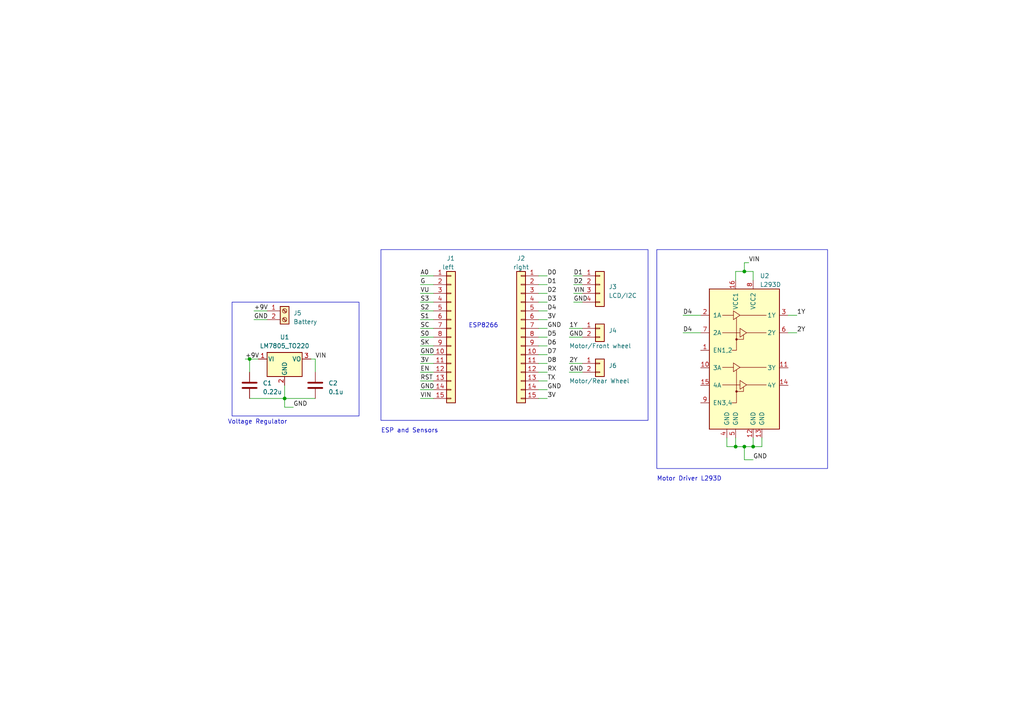
<source format=kicad_sch>
(kicad_sch (version 20230121) (generator eeschema)
  (paper "A4")
  (lib_symbols
    (symbol "Connector:Screw_Terminal_01x02" (pin_names (offset 1.016) hide)
      (property "Reference" "J" (at 0 2.54 0))
      (property "Value" "Screw_Terminal_01x02" (at 0 -5.08 0))
      (symbol "Screw_Terminal_01x02_1_1"
        (rectangle (start -1.27 1.27) (end 1.27 -3.81) (stroke (width 0.254)) (fill (type background)))
        (circle (center 0 -2.54) (radius 0.635) (stroke (width 0.1524)))
        (polyline (pts (xy -0.5334 -2.2098) (xy 0.3302 -3.048)) (stroke (width 0.1524)))
        (polyline (pts (xy -0.5334 0.3302) (xy 0.3302 -0.508)) (stroke (width 0.1524)))
        (polyline (pts (xy -0.3556 -2.032) (xy 0.508 -2.8702)) (stroke (width 0.1524)))
        (polyline (pts (xy -0.3556 0.508) (xy 0.508 -0.3302)) (stroke (width 0.1524)))
        (circle (center 0 0) (radius 0.635) (stroke (width 0.1524)))
        (pin passive line (at -5.08 0 0) (length 3.81) (name "Pin_1") (number "1"))
        (pin passive line (at -5.08 -2.54 0) (length 3.81) (name "Pin_2") (number "2"))
      )
    )
    (symbol "Connector_Generic:Conn_01x02" (pin_names (offset 1.016) hide)
      (property "Reference" "J" (at 0 2.54 0))
      (property "Value" "Conn_01x02" (at 0 -5.08 0))
      (symbol "Conn_01x02_1_1"
        (rectangle (start -1.27 -2.413) (end 0 -2.667) (stroke (width 0.1524)))
        (rectangle (start -1.27 0.127) (end 0 -0.127) (stroke (width 0.1524)))
        (rectangle (start -1.27 1.27) (end 1.27 -3.81) (stroke (width 0.254)) (fill (type background)))
        (pin passive line (at -5.08 0 0) (length 3.81) (name "Pin_1") (number "1"))
        (pin passive line (at -5.08 -2.54 0) (length 3.81) (name "Pin_2") (number "2"))
      )
    )
    (symbol "Connector_Generic:Conn_01x04" (pin_names (offset 1.016) hide)
      (property "Reference" "J" (at 0 5.08 0))
      (property "Value" "Conn_01x04" (at 0 -7.62 0))
      (symbol "Conn_01x04_1_1"
        (rectangle (start -1.27 -4.953) (end 0 -5.207) (stroke (width 0.1524)))
        (rectangle (start -1.27 -2.413) (end 0 -2.667) (stroke (width 0.1524)))
        (rectangle (start -1.27 0.127) (end 0 -0.127) (stroke (width 0.1524)))
        (rectangle (start -1.27 2.667) (end 0 2.413) (stroke (width 0.1524)))
        (rectangle (start -1.27 3.81) (end 1.27 -6.35) (stroke (width 0.254)) (fill (type background)))
        (pin passive line (at -5.08 2.54 0) (length 3.81) (name "Pin_1") (number "1"))
        (pin passive line (at -5.08 0 0) (length 3.81) (name "Pin_2") (number "2"))
        (pin passive line (at -5.08 -2.54 0) (length 3.81) (name "Pin_3") (number "3"))
        (pin passive line (at -5.08 -5.08 0) (length 3.81) (name "Pin_4") (number "4"))
      )
    )
    (symbol "Connector_Generic:Conn_01x15" (pin_names (offset 1.016) hide)
      (property "Reference" "J" (at 0 20.32 0))
      (property "Value" "Conn_01x15" (at 0 -20.32 0))
      (symbol "Conn_01x15_1_1"
        (rectangle (start -1.27 -17.653) (end 0 -17.907) (stroke (width 0.1524)))
        (rectangle (start -1.27 -15.113) (end 0 -15.367) (stroke (width 0.1524)))
        (rectangle (start -1.27 -12.573) (end 0 -12.827) (stroke (width 0.1524)))
        (rectangle (start -1.27 -10.033) (end 0 -10.287) (stroke (width 0.1524)))
        (rectangle (start -1.27 -7.493) (end 0 -7.747) (stroke (width 0.1524)))
        (rectangle (start -1.27 -4.953) (end 0 -5.207) (stroke (width 0.1524)))
        (rectangle (start -1.27 -2.413) (end 0 -2.667) (stroke (width 0.1524)))
        (rectangle (start -1.27 0.127) (end 0 -0.127) (stroke (width 0.1524)))
        (rectangle (start -1.27 2.667) (end 0 2.413) (stroke (width 0.1524)))
        (rectangle (start -1.27 5.207) (end 0 4.953) (stroke (width 0.1524)))
        (rectangle (start -1.27 7.747) (end 0 7.493) (stroke (width 0.1524)))
        (rectangle (start -1.27 10.287) (end 0 10.033) (stroke (width 0.1524)))
        (rectangle (start -1.27 12.827) (end 0 12.573) (stroke (width 0.1524)))
        (rectangle (start -1.27 15.367) (end 0 15.113) (stroke (width 0.1524)))
        (rectangle (start -1.27 17.907) (end 0 17.653) (stroke (width 0.1524)))
        (rectangle (start -1.27 19.05) (end 1.27 -19.05) (stroke (width 0.254)) (fill (type background)))
        (pin passive line (at -5.08 17.78 0) (length 3.81) (name "Pin_1") (number "1"))
        (pin passive line (at -5.08 -5.08 0) (length 3.81) (name "Pin_10") (number "10"))
        (pin passive line (at -5.08 -7.62 0) (length 3.81) (name "Pin_11") (number "11"))
        (pin passive line (at -5.08 -10.16 0) (length 3.81) (name "Pin_12") (number "12"))
        (pin passive line (at -5.08 -12.7 0) (length 3.81) (name "Pin_13") (number "13"))
        (pin passive line (at -5.08 -15.24 0) (length 3.81) (name "Pin_14") (number "14"))
        (pin passive line (at -5.08 -17.78 0) (length 3.81) (name "Pin_15") (number "15"))
        (pin passive line (at -5.08 15.24 0) (length 3.81) (name "Pin_2") (number "2"))
        (pin passive line (at -5.08 12.7 0) (length 3.81) (name "Pin_3") (number "3"))
        (pin passive line (at -5.08 10.16 0) (length 3.81) (name "Pin_4") (number "4"))
        (pin passive line (at -5.08 7.62 0) (length 3.81) (name "Pin_5") (number "5"))
        (pin passive line (at -5.08 5.08 0) (length 3.81) (name "Pin_6") (number "6"))
        (pin passive line (at -5.08 2.54 0) (length 3.81) (name "Pin_7") (number "7"))
        (pin passive line (at -5.08 0 0) (length 3.81) (name "Pin_8") (number "8"))
        (pin passive line (at -5.08 -2.54 0) (length 3.81) (name "Pin_9") (number "9"))
      )
    )
    (symbol "Device:C" (pin_numbers hide) (pin_names (offset 0.254))
      (property "Reference" "C" (at 0.635 2.54 0))
      (property "Value" "C" (at 0.635 -2.54 0))
      (symbol "C_0_1"
        (polyline (pts (xy -2.032 -0.762) (xy 2.032 -0.762)) (stroke (width 0.508)))
        (polyline (pts (xy -2.032 0.762) (xy 2.032 0.762)) (stroke (width 0.508)))
      )
      (symbol "C_1_1"
        (pin passive line (at 0 3.81 270) (length 2.794) (name "~") (number "1"))
        (pin passive line (at 0 -3.81 90) (length 2.794) (name "~") (number "2"))
      )
    )
    (symbol "Driver_Motor:L293D" (pin_names (offset 1.016))
      (property "Reference" "U" (at -5.08 26.035 0))
      (property "Value" "L293D" (at -5.08 24.13 0))
      (symbol "L293D_0_1"
        (rectangle (start -10.16 22.86) (end 10.16 -17.78) (stroke (width 0.254)) (fill (type background)))
        (circle (center -2.286 -6.858) (radius 0.254) (fill (type outline)))
        (circle (center -2.286 8.255) (radius 0.254) (fill (type outline)))
        (polyline (pts (xy -6.35 -4.953) (xy -1.27 -4.953)))
        (polyline (pts (xy -6.35 0.127) (xy -3.175 0.127)))
        (polyline (pts (xy -6.35 10.16) (xy -1.27 10.16)))
        (polyline (pts (xy -6.35 15.24) (xy -3.175 15.24)))
        (polyline (pts (xy -1.27 0.127) (xy 6.35 0.127)))
        (polyline (pts (xy -1.27 15.24) (xy 6.35 15.24)))
        (polyline (pts (xy 0.635 -4.953) (xy 6.35 -4.953)))
        (polyline (pts (xy 0.635 10.16) (xy 6.35 10.16)))
        (polyline (pts (xy -2.286 -6.858) (xy -0.254 -6.858) (xy -0.254 -5.588)))
        (polyline (pts (xy -2.286 -0.635) (xy -2.286 -10.16) (xy -3.556 -10.16)))
        (polyline (pts (xy -2.286 8.255) (xy -0.254 8.255) (xy -0.254 9.525)))
        (polyline (pts (xy -2.286 14.478) (xy -2.286 5.08) (xy -3.556 5.08)))
        (polyline (pts (xy -3.175 1.397) (xy -3.175 -1.143) (xy -1.27 0.127) (xy -3.175 1.397)))
        (polyline (pts (xy -3.175 16.51) (xy -3.175 13.97) (xy -1.27 15.24) (xy -3.175 16.51)))
        (polyline (pts (xy -1.27 -3.683) (xy -1.27 -6.223) (xy 0.635 -4.953) (xy -1.27 -3.683)))
        (polyline (pts (xy -1.27 11.43) (xy -1.27 8.89) (xy 0.635 10.16) (xy -1.27 11.43)))
      )
      (symbol "L293D_1_1"
        (pin input line (at -12.7 5.08 0) (length 2.54) (name "EN1,2") (number "1"))
        (pin input line (at -12.7 0 0) (length 2.54) (name "3A") (number "10"))
        (pin output line (at 12.7 0 180) (length 2.54) (name "3Y") (number "11"))
        (pin power_in line (at 2.54 -20.32 90) (length 2.54) (name "GND") (number "12"))
        (pin power_in line (at 5.08 -20.32 90) (length 2.54) (name "GND") (number "13"))
        (pin output line (at 12.7 -5.08 180) (length 2.54) (name "4Y") (number "14"))
        (pin input line (at -12.7 -5.08 0) (length 2.54) (name "4A") (number "15"))
        (pin power_in line (at -2.54 25.4 270) (length 2.54) (name "VCC1") (number "16"))
        (pin input line (at -12.7 15.24 0) (length 2.54) (name "1A") (number "2"))
        (pin output line (at 12.7 15.24 180) (length 2.54) (name "1Y") (number "3"))
        (pin power_in line (at -5.08 -20.32 90) (length 2.54) (name "GND") (number "4"))
        (pin power_in line (at -2.54 -20.32 90) (length 2.54) (name "GND") (number "5"))
        (pin output line (at 12.7 10.16 180) (length 2.54) (name "2Y") (number "6"))
        (pin input line (at -12.7 10.16 0) (length 2.54) (name "2A") (number "7"))
        (pin power_in line (at 2.54 25.4 270) (length 2.54) (name "VCC2") (number "8"))
        (pin input line (at -12.7 -10.16 0) (length 2.54) (name "EN3,4") (number "9"))
      )
    )
    (symbol "Regulator_Linear:LM7805_TO220" (pin_names (offset 0.254))
      (property "Reference" "U" (at -3.81 3.175 0))
      (property "Value" "LM7805_TO220" (at 0 3.175 0))
      (symbol "LM7805_TO220_0_1"
        (rectangle (start -5.08 1.905) (end 5.08 -5.08) (stroke (width 0.254)) (fill (type background)))
      )
      (symbol "LM7805_TO220_1_1"
        (pin power_in line (at -7.62 0 0) (length 2.54) (name "VI") (number "1"))
        (pin power_in line (at 0 -7.62 90) (length 2.54) (name "GND") (number "2"))
        (pin power_out line (at 7.62 0 180) (length 2.54) (name "VO") (number "3"))
      )
    )
  )
  (junction (at 213.36 129.54))
  (junction (at 215.9 78.74))
  (junction (at 218.44 129.54))
  (junction (at 82.55 115.57))
  (junction (at 72.39 104.14))
  (junction (at 215.9 129.54))
  (wire (pts (xy 121.92 92.71) (xy 125.73 92.71)))
  (wire (pts (xy 72.39 104.14) (xy 72.39 107.95)))
  (wire (pts (xy 156.21 92.71) (xy 158.75 92.71)))
  (wire (pts (xy 82.55 115.57) (xy 82.55 118.11)))
  (wire (pts (xy 215.9 133.35) (xy 218.44 133.35)))
  (wire (pts (xy 121.92 113.03) (xy 125.73 113.03)))
  (wire (pts (xy 198.12 96.52) (xy 203.2 96.52)))
  (wire (pts (xy 121.92 97.79) (xy 125.73 97.79)))
  (wire (pts (xy 220.98 129.54) (xy 220.98 127)))
  (wire (pts (xy 91.44 104.14) (xy 91.44 107.95)))
  (wire (pts (xy 166.37 85.09) (xy 168.91 85.09)))
  (wire (pts (xy 121.92 90.17) (xy 125.73 90.17)))
  (wire (pts (xy 156.21 87.63) (xy 158.75 87.63)))
  (wire (pts (xy 82.55 115.57) (xy 91.44 115.57)))
  (wire (pts (xy 156.21 107.95) (xy 158.75 107.95)))
  (wire (pts (xy 213.36 129.54) (xy 213.36 127)))
  (wire (pts (xy 218.44 129.54) (xy 218.44 127)))
  (wire (pts (xy 165.1 107.95) (xy 168.91 107.95)))
  (wire (pts (xy 121.92 110.49) (xy 125.73 110.49)))
  (wire (pts (xy 82.55 115.57) (xy 72.39 115.57)))
  (wire (pts (xy 121.92 87.63) (xy 125.73 87.63)))
  (wire (pts (xy 156.21 95.25) (xy 158.75 95.25)))
  (wire (pts (xy 213.36 129.54) (xy 215.9 129.54)))
  (wire (pts (xy 215.9 129.54) (xy 218.44 129.54)))
  (wire (pts (xy 218.44 129.54) (xy 220.98 129.54)))
  (wire (pts (xy 165.1 105.41) (xy 168.91 105.41)))
  (wire (pts (xy 165.1 95.25) (xy 168.91 95.25)))
  (wire (pts (xy 215.9 76.2) (xy 215.9 78.74)))
  (wire (pts (xy 156.21 115.57) (xy 158.75 115.57)))
  (wire (pts (xy 156.21 97.79) (xy 158.75 97.79)))
  (wire (pts (xy 156.21 85.09) (xy 158.75 85.09)))
  (wire (pts (xy 218.44 78.74) (xy 215.9 78.74)))
  (wire (pts (xy 228.6 96.52) (xy 231.14 96.52)))
  (wire (pts (xy 121.92 107.95) (xy 125.73 107.95)))
  (wire (pts (xy 215.9 78.74) (xy 213.36 78.74)))
  (wire (pts (xy 156.21 90.17) (xy 158.75 90.17)))
  (wire (pts (xy 166.37 80.01) (xy 168.91 80.01)))
  (wire (pts (xy 166.37 82.55) (xy 168.91 82.55)))
  (wire (pts (xy 198.12 91.44) (xy 203.2 91.44)))
  (wire (pts (xy 121.92 95.25) (xy 125.73 95.25)))
  (wire (pts (xy 156.21 100.33) (xy 158.75 100.33)))
  (wire (pts (xy 121.92 85.09) (xy 125.73 85.09)))
  (wire (pts (xy 121.92 100.33) (xy 125.73 100.33)))
  (wire (pts (xy 156.21 102.87) (xy 158.75 102.87)))
  (wire (pts (xy 121.92 102.87) (xy 125.73 102.87)))
  (wire (pts (xy 73.66 92.71) (xy 77.47 92.71)))
  (wire (pts (xy 121.92 80.01) (xy 125.73 80.01)))
  (wire (pts (xy 210.82 129.54) (xy 213.36 129.54)))
  (wire (pts (xy 73.66 90.17) (xy 77.47 90.17)))
  (wire (pts (xy 156.21 105.41) (xy 158.75 105.41)))
  (wire (pts (xy 213.36 78.74) (xy 213.36 81.28)))
  (wire (pts (xy 121.92 82.55) (xy 125.73 82.55)))
  (wire (pts (xy 210.82 127) (xy 210.82 129.54)))
  (wire (pts (xy 215.9 129.54) (xy 215.9 133.35)))
  (wire (pts (xy 156.21 113.03) (xy 158.75 113.03)))
  (wire (pts (xy 217.17 76.2) (xy 215.9 76.2)))
  (wire (pts (xy 228.6 91.44) (xy 231.14 91.44)))
  (wire (pts (xy 74.93 104.14) (xy 72.39 104.14)))
  (wire (pts (xy 156.21 80.01) (xy 158.75 80.01)))
  (wire (pts (xy 71.12 104.14) (xy 72.39 104.14)))
  (wire (pts (xy 121.92 115.57) (xy 125.73 115.57)))
  (wire (pts (xy 166.37 87.63) (xy 168.91 87.63)))
  (wire (pts (xy 90.17 104.14) (xy 91.44 104.14)))
  (wire (pts (xy 82.55 118.11) (xy 85.09 118.11)))
  (wire (pts (xy 165.1 97.79) (xy 168.91 97.79)))
  (wire (pts (xy 156.21 110.49) (xy 158.75 110.49)))
  (wire (pts (xy 218.44 81.28) (xy 218.44 78.74)))
  (wire (pts (xy 121.92 105.41) (xy 125.73 105.41)))
  (wire (pts (xy 82.55 111.76) (xy 82.55 115.57)))
  (wire (pts (xy 156.21 82.55) (xy 158.75 82.55)))
  (rectangle (start 110.49 72.39) (end 187.96 121.92))
  (rectangle (start 190.5 72.39) (end 240.03 135.89))
  (rectangle (start 67.31 87.63) (end 104.14 120.65))
  (text "Motor Driver L293D" (at 190.5 139.7 0) (effects (font (size 1.27 1.27)) (justify left bottom)))
  (text "ESP8266\n" (at 135.89 95.25 0) (effects (font (size 1.27 1.27)) (justify left bottom)))
  (text "Voltage Regulator" (at 66.04 123.19 0) (effects (font (size 1.27 1.27)) (justify left bottom)))
  (text "ESP and Sensors" (at 110.49 125.73 0) (effects (font (size 1.27 1.27)) (justify left bottom)))
  (label "2Y" (at 165.1 105.41 0))
  (label "1Y" (at 165.1 95.25 0))
  (label "GND" (at 121.92 102.87 0))
  (label "D2" (at 158.75 85.09 0))
  (label "VIN" (at 166.37 85.09 0))
  (label "3V" (at 158.75 92.71 0))
  (label "VIN" (at 217.17 76.2 0))
  (label "GND" (at 158.75 95.25 0))
  (label "D7" (at 158.75 102.87 0))
  (label "S3" (at 121.92 87.63 0))
  (label "+9V" (at 71.12 104.14 0))
  (label "D1" (at 158.75 82.55 0))
  (label "GND" (at 121.92 113.03 0))
  (label "RX" (at 158.75 107.95 0))
  (label "D0" (at 158.75 80.01 0))
  (label "RST" (at 121.92 110.49 0))
  (label "GND" (at 165.1 107.95 0))
  (label "VIN" (at 121.92 115.57 0))
  (label "D1" (at 166.37 80.01 0))
  (label "D4" (at 198.12 91.44 0))
  (label "3V" (at 121.92 105.41 0))
  (label "D5" (at 158.75 97.79 0))
  (label "D6" (at 158.75 100.33 0))
  (label "1Y" (at 231.14 91.44 0))
  (label "SK" (at 121.92 100.33 0))
  (label "+9V" (at 73.66 90.17 0))
  (label "D4" (at 198.12 96.52 0))
  (label "EN" (at 121.92 107.95 0))
  (label "VIN" (at 91.44 104.14 0))
  (label "S1" (at 121.92 92.71 0))
  (label "S0" (at 121.92 97.79 0))
  (label "GND" (at 166.37 87.63 0))
  (label "VU" (at 121.92 85.09 0))
  (label "GND" (at 73.66 92.71 0))
  (label "D8" (at 158.75 105.41 0))
  (label "SC" (at 121.92 95.25 0))
  (label "S2" (at 121.92 90.17 0))
  (label "TX" (at 158.75 110.49 0))
  (label "D4" (at 158.75 90.17 0))
  (label "3V" (at 158.75 115.57 0))
  (label "GND" (at 85.09 118.11 0))
  (label "GND" (at 165.1 97.79 0))
  (label "A0" (at 121.92 80.01 0))
  (label "2Y" (at 231.14 96.52 0))
  (label "D2" (at 166.37 82.55 0))
  (label "G" (at 121.92 82.55 0))
  (label "GND" (at 218.44 133.35 0))
  (label "D3" (at 158.75 87.63 0))
  (label "GND" (at 158.75 113.03 0))
  (symbol (lib_id "Device:C") (at 91.44 111.76 0) (unit 1)
    (property "Reference" "C2" (at 95.25 111.125 0) (effects (justify left)))
    (property "Value" "0.1u" (at 95.25 113.665 0) (effects (justify left)))
    (property "Footprint" "Capacitor_THT:C_Axial_L3.8mm_D2.6mm_P10.00mm_Horizontal" (effects hide))
  )
  (symbol (lib_id "Connector_Generic:Conn_01x02") (at 173.99 95.25 0) (unit 1)
    (property "Reference" "J4" (at 176.53 95.885 0) (effects (justify left)))
    (property "Value" "Motor/Front wheel" (at 165.1 100.33 0) (effects (justify left)))
    (property "Footprint" "Connector_JST:JST_EH_B2B-EH-A_1x02_P2.50mm_Vertical" (effects hide))
  )
  (symbol (lib_id "Connector:Screw_Terminal_01x02") (at 82.55 90.17 0) (unit 1)
    (property "Reference" "J5" (at 85.09 90.805 0) (effects (justify left)))
    (property "Value" "Battery" (at 85.09 93.345 0) (effects (justify left)))
    (property "Footprint" "TerminalBlock:TerminalBlock_Altech_AK300-2_P5.00mm" (effects hide))
  )
  (symbol (lib_id "Driver_Motor:L293D") (at 215.9 106.68 0) (unit 1)
    (property "Reference" "U2" (at 220.3959 80.01 0) (effects (justify left)))
    (property "Value" "L293D" (at 220.3959 82.55 0) (effects (justify left)))
    (property "Footprint" "Package_DIP:DIP-16_W7.62mm" (effects hide))
    (property "Datasheet" "http://www.ti.com/lit/ds/symlink/l293.pdf" (effects hide))
  )
  (symbol (lib_id "Connector_Generic:Conn_01x02") (at 173.99 105.41 0) (unit 1)
    (property "Reference" "J6" (at 176.53 106.045 0) (effects (justify left)))
    (property "Value" "Motor/Rear Wheel" (at 165.1 110.49 0) (effects (justify left)))
    (property "Footprint" "Connector_JST:JST_EH_B2B-EH-A_1x02_P2.50mm_Vertical" (effects hide))
  )
  (symbol (lib_id "Connector_Generic:Conn_01x04") (at 173.99 82.55 0) (unit 1)
    (property "Reference" "J3" (at 176.53 83.185 0) (effects (justify left)))
    (property "Value" "LCD/I2C" (at 176.53 85.725 0) (effects (justify left)))
    (property "Footprint" "Connector_JST:JST_EH_B4B-EH-A_1x04_P2.50mm_Vertical" (effects hide))
  )
  (symbol (lib_id "Connector_Generic:Conn_01x15") (at 151.13 97.79 0) (mirror y) (unit 1)
    (property "Reference" "J2" (at 151.13 74.93 0))
    (property "Value" "right" (at 151.13 77.47 0))
    (property "Footprint" "Connector_JST:JST_EH_B15B-EH-A_1x15_P2.50mm_Vertical" (effects hide))
  )
  (symbol (lib_id "Connector_Generic:Conn_01x15") (at 130.81 97.79 0) (unit 1)
    (property "Reference" "J1" (at 129.54 74.93 0) (effects (justify left)))
    (property "Value" "left" (at 128.27 77.47 0) (effects (justify left)))
    (property "Footprint" "Connector_JST:JST_EH_B15B-EH-A_1x15_P2.50mm_Vertical" (effects hide))
  )
  (symbol (lib_id "Device:C") (at 72.39 111.76 0) (unit 1)
    (property "Reference" "C1" (at 76.2 111.125 0) (effects (justify left)))
    (property "Value" "0.22u" (at 76.2 113.665 0) (effects (justify left)))
    (property "Footprint" "Capacitor_THT:C_Axial_L3.8mm_D2.6mm_P7.50mm_Horizontal" (effects hide))
  )
  (symbol (lib_id "Regulator_Linear:LM7805_TO220") (at 82.55 104.14 0) (unit 1)
    (property "Reference" "U1" (at 82.55 97.79 0))
    (property "Value" "LM7805_TO220" (at 82.55 100.33 0))
    (property "Footprint" "Package_TO_SOT_THT:TO-220-3_Vertical" (effects hide))
    (property "Datasheet" "https://www.onsemi.cn/PowerSolutions/document/MC7800-D.PDF" (effects hide))
  )
)
</source>
